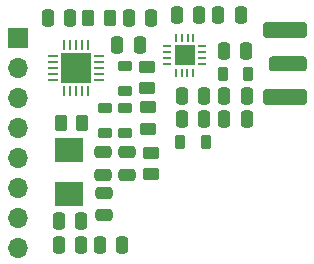
<source format=gbr>
%TF.GenerationSoftware,KiCad,Pcbnew,8.0.8*%
%TF.CreationDate,2025-04-03T17:01:25+02:00*%
%TF.ProjectId,nrf24small,6e726632-3473-46d6-916c-6c2e6b696361,rev?*%
%TF.SameCoordinates,Original*%
%TF.FileFunction,Soldermask,Top*%
%TF.FilePolarity,Negative*%
%FSLAX46Y46*%
G04 Gerber Fmt 4.6, Leading zero omitted, Abs format (unit mm)*
G04 Created by KiCad (PCBNEW 8.0.8) date 2025-04-03 17:01:25*
%MOMM*%
%LPD*%
G01*
G04 APERTURE LIST*
G04 Aperture macros list*
%AMRoundRect*
0 Rectangle with rounded corners*
0 $1 Rounding radius*
0 $2 $3 $4 $5 $6 $7 $8 $9 X,Y pos of 4 corners*
0 Add a 4 corners polygon primitive as box body*
4,1,4,$2,$3,$4,$5,$6,$7,$8,$9,$2,$3,0*
0 Add four circle primitives for the rounded corners*
1,1,$1+$1,$2,$3*
1,1,$1+$1,$4,$5*
1,1,$1+$1,$6,$7*
1,1,$1+$1,$8,$9*
0 Add four rect primitives between the rounded corners*
20,1,$1+$1,$2,$3,$4,$5,0*
20,1,$1+$1,$4,$5,$6,$7,0*
20,1,$1+$1,$6,$7,$8,$9,0*
20,1,$1+$1,$8,$9,$2,$3,0*%
G04 Aperture macros list end*
%ADD10RoundRect,0.218750X0.218750X0.381250X-0.218750X0.381250X-0.218750X-0.381250X0.218750X-0.381250X0*%
%ADD11R,0.254000X0.762000*%
%ADD12R,0.762000X0.254000*%
%ADD13R,1.752600X1.752600*%
%ADD14RoundRect,0.250000X0.250000X0.475000X-0.250000X0.475000X-0.250000X-0.475000X0.250000X-0.475000X0*%
%ADD15RoundRect,0.250000X0.450000X-0.262500X0.450000X0.262500X-0.450000X0.262500X-0.450000X-0.262500X0*%
%ADD16RoundRect,0.218750X0.381250X-0.218750X0.381250X0.218750X-0.381250X0.218750X-0.381250X-0.218750X0*%
%ADD17RoundRect,0.250000X-0.250000X-0.475000X0.250000X-0.475000X0.250000X0.475000X-0.250000X0.475000X0*%
%ADD18RoundRect,0.250000X0.475000X-0.250000X0.475000X0.250000X-0.475000X0.250000X-0.475000X-0.250000X0*%
%ADD19RoundRect,0.250000X-0.262500X-0.450000X0.262500X-0.450000X0.262500X0.450000X-0.262500X0.450000X0*%
%ADD20RoundRect,0.062500X-0.350000X-0.062500X0.350000X-0.062500X0.350000X0.062500X-0.350000X0.062500X0*%
%ADD21RoundRect,0.062500X-0.062500X-0.350000X0.062500X-0.350000X0.062500X0.350000X-0.062500X0.350000X0*%
%ADD22R,2.500000X2.500000*%
%ADD23RoundRect,0.250000X0.262500X0.450000X-0.262500X0.450000X-0.262500X-0.450000X0.262500X-0.450000X0*%
%ADD24R,2.400000X2.000000*%
%ADD25RoundRect,0.218750X-0.381250X0.218750X-0.381250X-0.218750X0.381250X-0.218750X0.381250X0.218750X0*%
%ADD26RoundRect,0.250000X-0.450000X0.262500X-0.450000X-0.262500X0.450000X-0.262500X0.450000X0.262500X0*%
%ADD27R,1.700000X1.700000*%
%ADD28O,1.700000X1.700000*%
%ADD29RoundRect,0.250000X-0.475000X0.250000X-0.475000X-0.250000X0.475000X-0.250000X0.475000X0.250000X0*%
%ADD30RoundRect,0.250000X1.350000X-0.385000X1.350000X0.385000X-1.350000X0.385000X-1.350000X-0.385000X0*%
%ADD31RoundRect,0.250000X1.600000X-0.425000X1.600000X0.425000X-1.600000X0.425000X-1.600000X-0.425000X0*%
G04 APERTURE END LIST*
D10*
%TO.C,L7*%
X36499689Y-21509569D03*
X34374689Y-21509569D03*
%TD*%
D11*
%TO.C,U2*%
X31891966Y-18489231D03*
X31391965Y-18489231D03*
X30891965Y-18489231D03*
X30391964Y-18489231D03*
D12*
X29680223Y-19189613D03*
X29680223Y-19689614D03*
X29680223Y-20189614D03*
X29680223Y-20689615D03*
D11*
X30383166Y-21411381D03*
X30883167Y-21411381D03*
X31383167Y-21411381D03*
X31883168Y-21411381D03*
D12*
X32599867Y-20692122D03*
X32599867Y-20192121D03*
X32599867Y-19692121D03*
X32599867Y-19192120D03*
D13*
X31141245Y-19947800D03*
%TD*%
D14*
%TO.C,C17*%
X36366688Y-19610815D03*
X34466688Y-19610815D03*
%TD*%
D15*
%TO.C,R6*%
X28077995Y-26187854D03*
X28077995Y-24362854D03*
%TD*%
D14*
%TO.C,C4*%
X21454759Y-16802819D03*
X19554759Y-16802819D03*
%TD*%
D16*
%TO.C,L2*%
X26108385Y-26516912D03*
X26108385Y-24391912D03*
%TD*%
D17*
%TO.C,C14*%
X30916688Y-25365119D03*
X32816688Y-25365119D03*
%TD*%
D18*
%TO.C,C7*%
X24277921Y-30047567D03*
X24277921Y-28147567D03*
%TD*%
D14*
%TO.C,C10*%
X28303528Y-16802819D03*
X26403528Y-16802819D03*
%TD*%
D17*
%TO.C,C13*%
X30916688Y-23365119D03*
X32816688Y-23365119D03*
%TD*%
%TO.C,C11*%
X30500000Y-16500000D03*
X32400000Y-16500000D03*
%TD*%
D19*
%TO.C,R1*%
X22996138Y-16792567D03*
X24821138Y-16792567D03*
%TD*%
D17*
%TO.C,C3*%
X20470195Y-36005044D03*
X22370195Y-36005044D03*
%TD*%
%TO.C,C15*%
X34507690Y-25380681D03*
X36407690Y-25380681D03*
%TD*%
D20*
%TO.C,U1*%
X20032695Y-20042958D03*
X20032695Y-20542958D03*
X20032695Y-21042958D03*
X20032695Y-21542958D03*
X20032695Y-22042958D03*
D21*
X20970195Y-22980458D03*
X21470195Y-22980458D03*
X21970195Y-22980458D03*
X22470195Y-22980458D03*
X22970195Y-22980458D03*
D20*
X23907695Y-22042958D03*
X23907695Y-21542958D03*
X23907695Y-21042958D03*
X23907695Y-20542958D03*
X23907695Y-20042958D03*
D21*
X22970195Y-19105458D03*
X22470195Y-19105458D03*
X21970195Y-19105458D03*
X21470195Y-19105458D03*
X20970195Y-19105458D03*
D22*
X21970195Y-21042958D03*
%TD*%
D23*
%TO.C,R2*%
X22497839Y-25726701D03*
X20672839Y-25726701D03*
%TD*%
D18*
%TO.C,C8*%
X26277921Y-30047567D03*
X26277921Y-28147567D03*
%TD*%
D14*
%TO.C,C9*%
X27351116Y-19057794D03*
X25451116Y-19057794D03*
%TD*%
D24*
%TO.C,Y1*%
X21370195Y-31681930D03*
X21370195Y-27981930D03*
%TD*%
D25*
%TO.C,L4*%
X26120651Y-20834973D03*
X26120651Y-22959973D03*
%TD*%
D14*
%TO.C,C6*%
X22370195Y-33981930D03*
X20470195Y-33981930D03*
%TD*%
D26*
%TO.C,R4*%
X27997261Y-20909724D03*
X27997261Y-22734724D03*
%TD*%
D27*
%TO.C,J2*%
X17000000Y-18460000D03*
D28*
X17000000Y-21000000D03*
X17000000Y-23540000D03*
X17000000Y-26080000D03*
X17000000Y-28620000D03*
X17000000Y-31160000D03*
X17000000Y-33700000D03*
X17000000Y-36240000D03*
%TD*%
D16*
%TO.C,L3*%
X24408385Y-26516912D03*
X24408385Y-24391912D03*
%TD*%
D17*
%TO.C,C16*%
X34500000Y-23365119D03*
X36400000Y-23365119D03*
%TD*%
%TO.C,C12*%
X34000000Y-16500000D03*
X35900000Y-16500000D03*
%TD*%
D29*
%TO.C,C5*%
X24293667Y-31604376D03*
X24293667Y-33504376D03*
%TD*%
D10*
%TO.C,L5*%
X32918935Y-27252339D03*
X30793935Y-27252339D03*
%TD*%
D17*
%TO.C,C1*%
X23964865Y-36000000D03*
X25864865Y-36000000D03*
%TD*%
D30*
%TO.C,J1*%
X39885366Y-20648667D03*
D31*
X39635366Y-17823667D03*
X39635366Y-23473667D03*
%TD*%
D26*
%TO.C,R5*%
X28325158Y-28193670D03*
X28325158Y-30018670D03*
%TD*%
M02*

</source>
